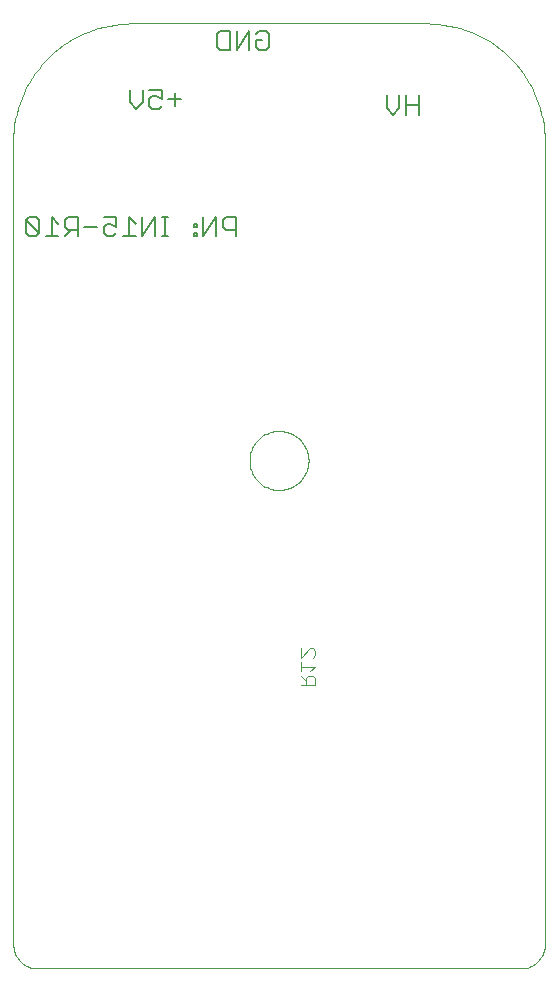
<source format=gbo>
G75*
G70*
%OFA0B0*%
%FSLAX24Y24*%
%IPPOS*%
%LPD*%
%AMOC8*
5,1,8,0,0,1.08239X$1,22.5*
%
%ADD10C,0.0000*%
%ADD11C,0.0060*%
%ADD12C,0.0040*%
D10*
X000100Y000887D02*
X000100Y027659D01*
X000104Y027846D01*
X000118Y028033D01*
X000140Y028219D01*
X000171Y028404D01*
X000211Y028587D01*
X000259Y028768D01*
X000317Y028947D01*
X000382Y029122D01*
X000456Y029294D01*
X000538Y029463D01*
X000627Y029628D01*
X000725Y029788D01*
X000830Y029943D01*
X000942Y030093D01*
X001062Y030237D01*
X001188Y030376D01*
X001320Y030508D01*
X001459Y030634D01*
X001603Y030754D01*
X001753Y030866D01*
X001908Y030971D01*
X002068Y031069D01*
X002233Y031158D01*
X002402Y031240D01*
X002574Y031314D01*
X002749Y031379D01*
X002928Y031437D01*
X003109Y031485D01*
X003292Y031525D01*
X003477Y031556D01*
X003663Y031578D01*
X003850Y031592D01*
X004037Y031596D01*
X013880Y031596D01*
X014067Y031592D01*
X014254Y031578D01*
X014440Y031556D01*
X014625Y031525D01*
X014808Y031485D01*
X014989Y031437D01*
X015168Y031379D01*
X015343Y031314D01*
X015515Y031240D01*
X015684Y031158D01*
X015848Y031069D01*
X016009Y030971D01*
X016164Y030866D01*
X016314Y030754D01*
X016458Y030634D01*
X016597Y030508D01*
X016729Y030376D01*
X016855Y030237D01*
X016975Y030093D01*
X017087Y029943D01*
X017192Y029788D01*
X017290Y029628D01*
X017379Y029463D01*
X017461Y029294D01*
X017535Y029122D01*
X017600Y028947D01*
X017658Y028768D01*
X017706Y028587D01*
X017746Y028404D01*
X017777Y028219D01*
X017799Y028033D01*
X017813Y027846D01*
X017817Y027659D01*
X017817Y000887D01*
X017816Y000887D02*
X017814Y000833D01*
X017809Y000780D01*
X017800Y000727D01*
X017787Y000675D01*
X017771Y000623D01*
X017751Y000573D01*
X017728Y000525D01*
X017701Y000478D01*
X017672Y000433D01*
X017639Y000390D01*
X017604Y000350D01*
X017566Y000312D01*
X017526Y000277D01*
X017483Y000244D01*
X017438Y000215D01*
X017391Y000188D01*
X017343Y000165D01*
X017293Y000145D01*
X017241Y000129D01*
X017189Y000116D01*
X017136Y000107D01*
X017083Y000102D01*
X017029Y000100D01*
X000887Y000100D01*
X000833Y000102D01*
X000780Y000107D01*
X000727Y000116D01*
X000675Y000129D01*
X000623Y000145D01*
X000573Y000165D01*
X000525Y000188D01*
X000478Y000215D01*
X000433Y000244D01*
X000390Y000277D01*
X000350Y000312D01*
X000312Y000350D01*
X000277Y000390D01*
X000244Y000433D01*
X000215Y000478D01*
X000188Y000525D01*
X000165Y000573D01*
X000145Y000623D01*
X000129Y000675D01*
X000116Y000727D01*
X000107Y000780D01*
X000102Y000833D01*
X000100Y000887D01*
X007974Y017029D02*
X007976Y017091D01*
X007982Y017154D01*
X007992Y017215D01*
X008006Y017276D01*
X008023Y017336D01*
X008044Y017395D01*
X008070Y017452D01*
X008098Y017507D01*
X008130Y017561D01*
X008166Y017612D01*
X008204Y017662D01*
X008246Y017708D01*
X008290Y017752D01*
X008338Y017793D01*
X008387Y017831D01*
X008439Y017865D01*
X008493Y017896D01*
X008549Y017924D01*
X008607Y017948D01*
X008666Y017969D01*
X008726Y017985D01*
X008787Y017998D01*
X008849Y018007D01*
X008911Y018012D01*
X008974Y018013D01*
X009036Y018010D01*
X009098Y018003D01*
X009160Y017992D01*
X009220Y017977D01*
X009280Y017959D01*
X009338Y017937D01*
X009395Y017911D01*
X009450Y017881D01*
X009503Y017848D01*
X009554Y017812D01*
X009602Y017773D01*
X009648Y017730D01*
X009691Y017685D01*
X009731Y017637D01*
X009768Y017587D01*
X009802Y017534D01*
X009833Y017480D01*
X009859Y017424D01*
X009883Y017366D01*
X009902Y017306D01*
X009918Y017246D01*
X009930Y017184D01*
X009938Y017123D01*
X009942Y017060D01*
X009942Y016998D01*
X009938Y016935D01*
X009930Y016874D01*
X009918Y016812D01*
X009902Y016752D01*
X009883Y016692D01*
X009859Y016634D01*
X009833Y016578D01*
X009802Y016524D01*
X009768Y016471D01*
X009731Y016421D01*
X009691Y016373D01*
X009648Y016328D01*
X009602Y016285D01*
X009554Y016246D01*
X009503Y016210D01*
X009450Y016177D01*
X009395Y016147D01*
X009338Y016121D01*
X009280Y016099D01*
X009220Y016081D01*
X009160Y016066D01*
X009098Y016055D01*
X009036Y016048D01*
X008974Y016045D01*
X008911Y016046D01*
X008849Y016051D01*
X008787Y016060D01*
X008726Y016073D01*
X008666Y016089D01*
X008607Y016110D01*
X008549Y016134D01*
X008493Y016162D01*
X008439Y016193D01*
X008387Y016227D01*
X008338Y016265D01*
X008290Y016306D01*
X008246Y016350D01*
X008204Y016396D01*
X008166Y016446D01*
X008130Y016497D01*
X008098Y016551D01*
X008070Y016606D01*
X008044Y016663D01*
X008023Y016722D01*
X008006Y016782D01*
X007992Y016843D01*
X007982Y016904D01*
X007976Y016967D01*
X007974Y017029D01*
D11*
X007511Y024500D02*
X007511Y025141D01*
X007191Y025141D01*
X007084Y025034D01*
X007084Y024820D01*
X007191Y024714D01*
X007511Y024714D01*
X006866Y024500D02*
X006866Y025141D01*
X006439Y024500D01*
X006439Y025141D01*
X006222Y024927D02*
X006222Y024820D01*
X006115Y024820D01*
X006115Y024927D01*
X006222Y024927D01*
X006222Y024607D02*
X006222Y024500D01*
X006115Y024500D01*
X006115Y024607D01*
X006222Y024607D01*
X005255Y024500D02*
X005042Y024500D01*
X005148Y024500D02*
X005148Y025141D01*
X005042Y025141D02*
X005255Y025141D01*
X004825Y025141D02*
X004825Y024500D01*
X004398Y024500D02*
X004398Y025141D01*
X004181Y024927D02*
X003967Y025141D01*
X003967Y024500D01*
X003754Y024500D02*
X004181Y024500D01*
X004398Y024500D02*
X004825Y025141D01*
X003536Y025141D02*
X003536Y024820D01*
X003323Y024927D01*
X003216Y024927D01*
X003109Y024820D01*
X003109Y024607D01*
X003216Y024500D01*
X003429Y024500D01*
X003536Y024607D01*
X003536Y025141D02*
X003109Y025141D01*
X002892Y024820D02*
X002465Y024820D01*
X002247Y024714D02*
X001927Y024714D01*
X001820Y024820D01*
X001820Y025034D01*
X001927Y025141D01*
X002247Y025141D01*
X002247Y024500D01*
X002034Y024714D02*
X001820Y024500D01*
X001603Y024500D02*
X001176Y024500D01*
X001389Y024500D02*
X001389Y025141D01*
X001603Y024927D01*
X000958Y025034D02*
X000958Y024607D01*
X000531Y025034D01*
X000531Y024607D01*
X000638Y024500D01*
X000851Y024500D01*
X000958Y024607D01*
X000958Y025034D02*
X000851Y025141D01*
X000638Y025141D01*
X000531Y025034D01*
X004197Y028752D02*
X003984Y028966D01*
X003984Y029393D01*
X004411Y029393D02*
X004411Y028966D01*
X004197Y028752D01*
X004628Y028859D02*
X004735Y028752D01*
X004949Y028752D01*
X005055Y028859D01*
X005055Y029072D02*
X004842Y029179D01*
X004735Y029179D01*
X004628Y029072D01*
X004628Y028859D01*
X004628Y029393D02*
X005055Y029393D01*
X005055Y029072D01*
X005273Y029072D02*
X005700Y029072D01*
X005486Y028859D02*
X005486Y029286D01*
X007004Y030721D02*
X006897Y030827D01*
X006897Y031254D01*
X007004Y031361D01*
X007324Y031361D01*
X007324Y030721D01*
X007004Y030721D01*
X007542Y030721D02*
X007542Y031361D01*
X007969Y031361D02*
X007542Y030721D01*
X007969Y030721D02*
X007969Y031361D01*
X008186Y031254D02*
X008293Y031361D01*
X008507Y031361D01*
X008613Y031254D01*
X008613Y030827D01*
X008507Y030721D01*
X008293Y030721D01*
X008186Y030827D01*
X008186Y031041D01*
X008400Y031041D01*
X012542Y029196D02*
X012542Y028769D01*
X012755Y028555D01*
X012969Y028769D01*
X012969Y029196D01*
X013186Y029196D02*
X013186Y028555D01*
X013186Y028875D02*
X013613Y028875D01*
X013613Y028555D02*
X013613Y029196D01*
D12*
X010080Y010768D02*
X010003Y010768D01*
X009696Y010461D01*
X009696Y010768D01*
X009696Y010308D02*
X009696Y010001D01*
X009696Y010154D02*
X010157Y010154D01*
X010003Y010001D01*
X009927Y009847D02*
X009850Y009771D01*
X009850Y009540D01*
X009696Y009540D02*
X010157Y009540D01*
X010157Y009771D01*
X010080Y009847D01*
X009927Y009847D01*
X009850Y009694D02*
X009696Y009847D01*
X010080Y010461D02*
X010157Y010538D01*
X010157Y010691D01*
X010080Y010768D01*
M02*

</source>
